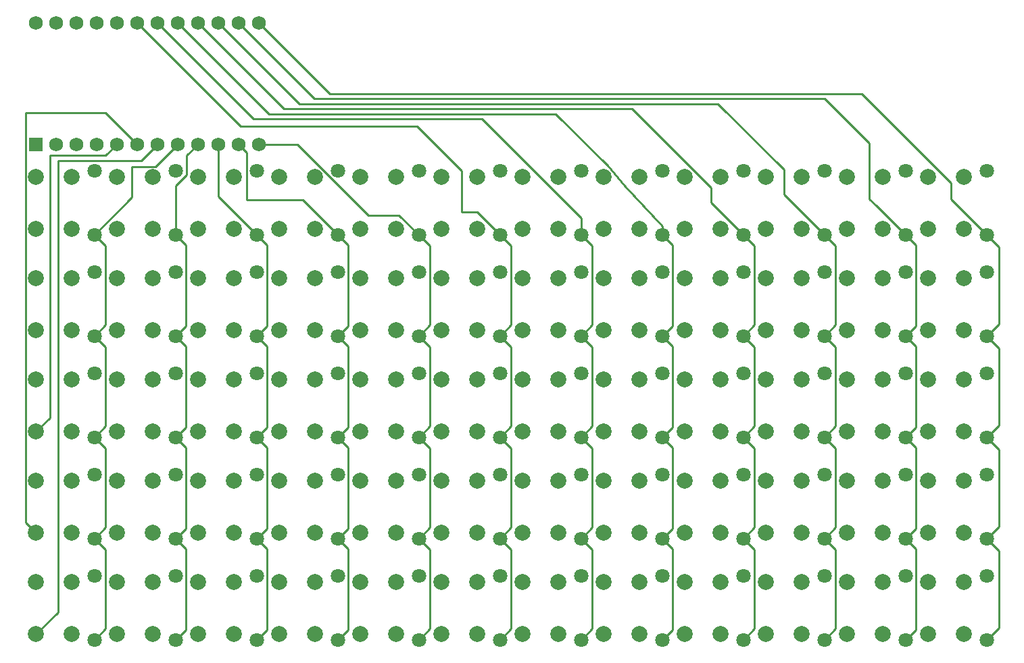
<source format=gbl>
G04 Layer: BottomLayer*
G04 EasyEDA v6.5.23, 2023-09-23 11:22:25*
G04 fbaf7024bf8343fa847bd74e200e9744,10*
G04 Gerber Generator version 0.2*
G04 Scale: 100 percent, Rotated: No, Reflected: No *
G04 Dimensions in inches *
G04 leading zeros omitted , absolute positions ,3 integer and 6 decimal *
%FSLAX36Y36*%
%MOIN*%

%ADD10C,0.0100*%
%ADD11C,0.0709*%
%ADD12C,0.0787*%
%ADD13C,0.0690*%
%ADD14R,0.0690X0.0690*%
%ADD15R,0.0170X0.0690*%

%LPD*%
D10*
X-4190000Y890000D02*
G01*
X-3715000Y415000D01*
X-2590000Y415000D01*
X-2100000Y-75000D01*
X-2100000Y-157500D01*
X-4290000Y890000D02*
G01*
X-3780000Y380000D01*
X-2910000Y380000D01*
X-2690000Y160000D01*
X-2690000Y-45000D01*
X-2612479Y-45000D01*
X-2500000Y-157480D01*
X-3690000Y290000D02*
G01*
X-3500000Y290000D01*
X-3150000Y-60000D01*
X-2997479Y-60000D01*
X-2900000Y-157480D01*
X-3790000Y290000D02*
G01*
X-3750000Y250000D01*
X-3750000Y15000D01*
X-3472479Y15000D01*
X-3300000Y-157480D01*
X-3890000Y290000D02*
G01*
X-3890000Y32519D01*
X-3700000Y-157480D01*
X-3990000Y290000D02*
G01*
X-4045000Y235000D01*
X-4045000Y140000D01*
X-4100000Y85000D01*
X-4100000Y-157480D01*
X-4090000Y290000D02*
G01*
X-4200000Y180000D01*
X-4315000Y180000D01*
X-4315000Y27519D01*
X-4500000Y-157480D01*
X-4290000Y290000D02*
G01*
X-4445000Y445000D01*
X-4840000Y445000D01*
X-4840000Y-1576500D01*
X-4788600Y-1627899D01*
X-4788600Y-2127899D02*
G01*
X-4680000Y-2019400D01*
X-4680000Y210000D01*
X-4270000Y210000D01*
X-4190000Y290000D01*
X-4500000Y-157480D02*
G01*
X-4445000Y-212480D01*
X-4445000Y-602480D01*
X-4500000Y-657480D01*
X-4500000Y-657480D02*
G01*
X-4445000Y-712480D01*
X-4445000Y-1102480D01*
X-4500000Y-1157480D01*
X-4500000Y-1157480D02*
G01*
X-4445000Y-1212480D01*
X-4445000Y-1602480D01*
X-4500000Y-1657480D01*
X-4500000Y-1657480D02*
G01*
X-4445000Y-1712480D01*
X-4445000Y-2102480D01*
X-4500000Y-2157480D01*
X-4100000Y-157480D02*
G01*
X-4050000Y-207480D01*
X-4050000Y-607480D01*
X-4100000Y-657480D01*
X-4100000Y-657480D02*
G01*
X-4050000Y-707480D01*
X-4050000Y-1107480D01*
X-4100000Y-1157480D01*
X-4100000Y-1157480D02*
G01*
X-4050000Y-1207480D01*
X-4050000Y-1607480D01*
X-4100000Y-1657480D01*
X-4100000Y-1657480D02*
G01*
X-4050000Y-1707480D01*
X-4050000Y-2107480D01*
X-4100000Y-2157480D01*
X-3700000Y-157480D02*
G01*
X-3650000Y-207480D01*
X-3650000Y-607480D01*
X-3700000Y-657480D01*
X-3700000Y-657480D02*
G01*
X-3650000Y-707480D01*
X-3650000Y-1107480D01*
X-3700000Y-1157480D01*
X-3700000Y-1157480D02*
G01*
X-3650000Y-1207480D01*
X-3650000Y-1607480D01*
X-3700000Y-1657480D01*
X-3700000Y-1657480D02*
G01*
X-3650000Y-1707480D01*
X-3650000Y-2107480D01*
X-3700000Y-2157480D01*
X-3300000Y-157480D02*
G01*
X-3250000Y-207480D01*
X-3250000Y-607480D01*
X-3300000Y-657480D01*
X-3300000Y-657480D02*
G01*
X-3250000Y-707480D01*
X-3250000Y-1107480D01*
X-3300000Y-1157480D01*
X-3300000Y-1157480D02*
G01*
X-3250000Y-1207480D01*
X-3250000Y-1607480D01*
X-3300000Y-1657480D01*
X-3300000Y-1657480D02*
G01*
X-3250000Y-1707480D01*
X-3250000Y-2107480D01*
X-3300000Y-2157480D01*
X-2900000Y-157480D02*
G01*
X-2845000Y-212480D01*
X-2845000Y-602480D01*
X-2900000Y-657480D01*
X-2900000Y-657480D02*
G01*
X-2845000Y-712480D01*
X-2845000Y-1102480D01*
X-2900000Y-1157480D01*
X-2900000Y-1157480D02*
G01*
X-2845000Y-1212480D01*
X-2845000Y-1602480D01*
X-2900000Y-1657480D01*
X-2900000Y-1657480D02*
G01*
X-2845000Y-1712480D01*
X-2845000Y-2102480D01*
X-2900000Y-2157480D01*
X-2500000Y-157480D02*
G01*
X-2445000Y-212480D01*
X-2445000Y-602480D01*
X-2500000Y-657480D01*
X-2500000Y-657480D02*
G01*
X-2445000Y-712480D01*
X-2445000Y-1102480D01*
X-2500000Y-1157480D01*
X-2500000Y-1157480D02*
G01*
X-2445000Y-1212480D01*
X-2445000Y-1602480D01*
X-2500000Y-1657480D01*
X-2500000Y-1657480D02*
G01*
X-2445000Y-1712480D01*
X-2445000Y-2102480D01*
X-2500000Y-2157480D01*
X-2100000Y-157480D02*
G01*
X-2045000Y-212480D01*
X-2045000Y-602480D01*
X-2100000Y-657480D01*
X-2100000Y-657480D02*
G01*
X-2045000Y-712480D01*
X-2045000Y-1102480D01*
X-2100000Y-1157480D01*
X-2100000Y-1157480D02*
G01*
X-2045000Y-1212480D01*
X-2045000Y-1602480D01*
X-2100000Y-1657480D01*
X-2100000Y-1657480D02*
G01*
X-2045000Y-1712480D01*
X-2045000Y-2102480D01*
X-2100000Y-2157480D01*
X-1700000Y-157480D02*
G01*
X-1650000Y-207480D01*
X-1650000Y-607480D01*
X-1700000Y-657480D01*
X-1700000Y-657480D02*
G01*
X-1650000Y-707480D01*
X-1650000Y-1107480D01*
X-1700000Y-1157480D01*
X-1700000Y-1157480D02*
G01*
X-1650000Y-1207480D01*
X-1650000Y-1607480D01*
X-1700000Y-1657480D01*
X-1700000Y-1657480D02*
G01*
X-1650000Y-1707480D01*
X-1650000Y-2107480D01*
X-1700000Y-2157480D01*
X-1300000Y-157480D02*
G01*
X-1245000Y-212480D01*
X-1245000Y-602480D01*
X-1300000Y-657480D01*
X-1300000Y-657480D02*
G01*
X-1245000Y-712480D01*
X-1245000Y-1102480D01*
X-1300000Y-1157480D01*
X-1300000Y-1157480D02*
G01*
X-1245000Y-1212480D01*
X-1245000Y-1602480D01*
X-1300000Y-1657480D01*
X-1300000Y-1657480D02*
G01*
X-1245000Y-1712480D01*
X-1245000Y-2102480D01*
X-1300000Y-2157480D01*
X-900000Y-157480D02*
G01*
X-845000Y-212480D01*
X-845000Y-602480D01*
X-900000Y-657480D01*
X-900000Y-657480D02*
G01*
X-845000Y-712480D01*
X-845000Y-1102480D01*
X-900000Y-1157480D01*
X-900000Y-1157480D02*
G01*
X-845000Y-1212480D01*
X-845000Y-1602480D01*
X-900000Y-1657480D01*
X-900000Y-1657480D02*
G01*
X-845000Y-1712480D01*
X-845000Y-2102480D01*
X-900000Y-2157480D01*
X-500000Y-157480D02*
G01*
X-450000Y-207480D01*
X-450000Y-607480D01*
X-500000Y-657480D01*
X-500000Y-657480D02*
G01*
X-450000Y-707480D01*
X-450000Y-1107480D01*
X-500000Y-1157480D01*
X-500000Y-1157480D02*
G01*
X-450000Y-1207480D01*
X-450000Y-1607480D01*
X-500000Y-1657480D01*
X-500000Y-1657480D02*
G01*
X-450000Y-1707480D01*
X-450000Y-2107480D01*
X-500000Y-2157480D01*
X-100000Y-157480D02*
G01*
X-40000Y-217480D01*
X-40000Y-597480D01*
X-100000Y-657480D01*
X-100000Y-657480D02*
G01*
X-40000Y-717480D01*
X-40000Y-1097480D01*
X-100000Y-1157480D01*
X-100000Y-1157480D02*
G01*
X-40000Y-1217480D01*
X-40000Y-1597480D01*
X-100000Y-1657480D01*
X-100000Y-1657480D02*
G01*
X-40000Y-1717480D01*
X-40000Y-2097480D01*
X-100000Y-2157480D01*
X-4090000Y890000D02*
G01*
X-3640000Y440000D01*
X-2225000Y440000D01*
X-1970000Y185000D01*
X-1935000Y145000D01*
X-1885000Y85000D01*
X-1700000Y-115000D01*
X-1700000Y-157500D01*
X-3990000Y890000D02*
G01*
X-3565000Y465000D01*
X-1850000Y465000D01*
X-1460000Y75000D01*
X-1460000Y2500D01*
X-1300000Y-157500D01*
X-3890000Y890000D02*
G01*
X-3490000Y490000D01*
X-1425000Y490000D01*
X-1100000Y165000D01*
X-1100000Y42500D01*
X-900000Y-157500D01*
X-3790000Y890000D02*
G01*
X-3415000Y515000D01*
X-900000Y515000D01*
X-680000Y295000D01*
X-680000Y20000D01*
X-642500Y-15000D01*
X-500000Y-157500D01*
X-3690000Y890000D02*
G01*
X-3340000Y540000D01*
X-715000Y540000D01*
X-275000Y100000D01*
X-275000Y17500D01*
X-100000Y-157500D01*
X-4390000Y290000D02*
G01*
X-4445000Y235000D01*
X-4720000Y235000D01*
X-4720000Y-1059369D01*
X-4788580Y-1127950D01*
D11*
G01*
X-4500000Y-1842519D03*
G01*
X-4500000Y-2157480D03*
G01*
X-4100000Y-1842519D03*
G01*
X-4100000Y-2157480D03*
G01*
X-3700000Y-1842519D03*
G01*
X-3700000Y-2157480D03*
G01*
X-3300000Y-1842519D03*
G01*
X-3300000Y-2157480D03*
G01*
X-2900000Y-1842519D03*
G01*
X-2900000Y-2157480D03*
G01*
X-2500000Y-1842519D03*
G01*
X-2500000Y-2157480D03*
G01*
X-2100000Y-1842519D03*
G01*
X-2100000Y-2157480D03*
G01*
X-1700000Y-1842519D03*
G01*
X-1700000Y-2157480D03*
G01*
X-1300000Y-1842519D03*
G01*
X-1300000Y-2157480D03*
G01*
X-900000Y-1842519D03*
G01*
X-900000Y-2157480D03*
G01*
X-500000Y-1842519D03*
G01*
X-500000Y-2157480D03*
G01*
X-100000Y-1842519D03*
G01*
X-100000Y-2157480D03*
D12*
G01*
X-4611419Y-2127950D03*
G01*
X-4611419Y-1872049D03*
G01*
X-4788580Y-1872049D03*
G01*
X-4788580Y-2127950D03*
G01*
X-4211419Y-2127950D03*
G01*
X-4211419Y-1872049D03*
G01*
X-4388580Y-1872049D03*
G01*
X-4388580Y-2127950D03*
G01*
X-3811419Y-2127950D03*
G01*
X-3811419Y-1872049D03*
G01*
X-3988580Y-1872049D03*
G01*
X-3988580Y-2127950D03*
G01*
X-3411419Y-2127950D03*
G01*
X-3411419Y-1872049D03*
G01*
X-3588580Y-1872049D03*
G01*
X-3588580Y-2127950D03*
G01*
X-3011419Y-2127950D03*
G01*
X-3011419Y-1872049D03*
G01*
X-3188580Y-1872049D03*
G01*
X-3188580Y-2127950D03*
G01*
X-2611419Y-2127950D03*
G01*
X-2611419Y-1872049D03*
G01*
X-2788580Y-1872049D03*
G01*
X-2788580Y-2127950D03*
G01*
X-2211419Y-2127950D03*
G01*
X-2211419Y-1872049D03*
G01*
X-2388580Y-1872049D03*
G01*
X-2388580Y-2127950D03*
G01*
X-1811419Y-2127950D03*
G01*
X-1811419Y-1872049D03*
G01*
X-1988580Y-1872049D03*
G01*
X-1988580Y-2127950D03*
G01*
X-1411419Y-2127950D03*
G01*
X-1411419Y-1872049D03*
G01*
X-1588580Y-1872049D03*
G01*
X-1588580Y-2127950D03*
G01*
X-1011419Y-2127950D03*
G01*
X-1011419Y-1872049D03*
G01*
X-1188580Y-1872049D03*
G01*
X-1188580Y-2127950D03*
G01*
X-611419Y-2127950D03*
G01*
X-611419Y-1872049D03*
G01*
X-788580Y-1872049D03*
G01*
X-788580Y-2127950D03*
G01*
X-211419Y-2127950D03*
G01*
X-211419Y-1872049D03*
G01*
X-388580Y-1872049D03*
G01*
X-388580Y-2127950D03*
D11*
G01*
X-4500000Y-342519D03*
G01*
X-4500000Y-657480D03*
G01*
X-4100000Y-342519D03*
G01*
X-4100000Y-657480D03*
G01*
X-3700000Y-342519D03*
G01*
X-3700000Y-657480D03*
G01*
X-3300000Y-342519D03*
G01*
X-3300000Y-657480D03*
G01*
X-2900000Y-342519D03*
G01*
X-2900000Y-657480D03*
G01*
X-2500000Y-342519D03*
G01*
X-2500000Y-657480D03*
G01*
X-2100000Y-342519D03*
G01*
X-2100000Y-657480D03*
G01*
X-1700000Y-342519D03*
G01*
X-1700000Y-657480D03*
G01*
X-1300000Y-342519D03*
G01*
X-1300000Y-657480D03*
G01*
X-900000Y-342519D03*
G01*
X-900000Y-657480D03*
G01*
X-500000Y-342519D03*
G01*
X-500000Y-657480D03*
G01*
X-100000Y-342519D03*
G01*
X-100000Y-657480D03*
G01*
X-4500000Y-842519D03*
G01*
X-4500000Y-1157480D03*
G01*
X-4100000Y-842519D03*
G01*
X-4100000Y-1157480D03*
G01*
X-3700000Y-842519D03*
G01*
X-3700000Y-1157480D03*
G01*
X-3300000Y-842519D03*
G01*
X-3300000Y-1157480D03*
G01*
X-2900000Y-842519D03*
G01*
X-2900000Y-1157480D03*
G01*
X-2500000Y-842519D03*
G01*
X-2500000Y-1157480D03*
G01*
X-2100000Y-842519D03*
G01*
X-2100000Y-1157480D03*
G01*
X-1700000Y-842519D03*
G01*
X-1700000Y-1157480D03*
G01*
X-1300000Y-842519D03*
G01*
X-1300000Y-1157480D03*
G01*
X-900000Y-842519D03*
G01*
X-900000Y-1157480D03*
G01*
X-500000Y-842519D03*
G01*
X-500000Y-1157480D03*
G01*
X-100000Y-842519D03*
G01*
X-100000Y-1157480D03*
G01*
X-4500000Y-1342519D03*
G01*
X-4500000Y-1657480D03*
G01*
X-4100000Y-1342519D03*
G01*
X-4100000Y-1657480D03*
G01*
X-3700000Y-1342519D03*
G01*
X-3700000Y-1657480D03*
G01*
X-3300000Y-1342519D03*
G01*
X-3300000Y-1657480D03*
G01*
X-2900000Y-1342519D03*
G01*
X-2900000Y-1657480D03*
G01*
X-2500000Y-1342519D03*
G01*
X-2500000Y-1657480D03*
G01*
X-2100000Y-1342519D03*
G01*
X-2100000Y-1657480D03*
G01*
X-1700000Y-1342519D03*
G01*
X-1700000Y-1657480D03*
G01*
X-1300000Y-1342519D03*
G01*
X-1300000Y-1657480D03*
G01*
X-900000Y-1342519D03*
G01*
X-900000Y-1657480D03*
G01*
X-500000Y-1342519D03*
G01*
X-500000Y-1657480D03*
G01*
X-100000Y-1342519D03*
G01*
X-100000Y-1657480D03*
D12*
G01*
X-4611419Y-627950D03*
G01*
X-4611419Y-372049D03*
G01*
X-4788580Y-372049D03*
G01*
X-4788580Y-627950D03*
G01*
X-4211419Y-627950D03*
G01*
X-4211419Y-372049D03*
G01*
X-4388580Y-372049D03*
G01*
X-4388580Y-627950D03*
G01*
X-3811419Y-627950D03*
G01*
X-3811419Y-372049D03*
G01*
X-3988580Y-372049D03*
G01*
X-3988580Y-627950D03*
G01*
X-3411419Y-627950D03*
G01*
X-3411419Y-372049D03*
G01*
X-3588580Y-372049D03*
G01*
X-3588580Y-627950D03*
G01*
X-3011419Y-627950D03*
G01*
X-3011419Y-372049D03*
G01*
X-3188580Y-372049D03*
G01*
X-3188580Y-627950D03*
G01*
X-2611419Y-627950D03*
G01*
X-2611419Y-372049D03*
G01*
X-2788580Y-372049D03*
G01*
X-2788580Y-627950D03*
G01*
X-2211419Y-627950D03*
G01*
X-2211419Y-372049D03*
G01*
X-2388580Y-372049D03*
G01*
X-2388580Y-627950D03*
G01*
X-1811419Y-627950D03*
G01*
X-1811419Y-372049D03*
G01*
X-1988580Y-372049D03*
G01*
X-1988580Y-627950D03*
G01*
X-1411419Y-627950D03*
G01*
X-1411419Y-372049D03*
G01*
X-1588580Y-372049D03*
G01*
X-1588580Y-627950D03*
G01*
X-1011419Y-627950D03*
G01*
X-1011419Y-372049D03*
G01*
X-1188580Y-372049D03*
G01*
X-1188580Y-627950D03*
G01*
X-611419Y-627950D03*
G01*
X-611419Y-372049D03*
G01*
X-788580Y-372049D03*
G01*
X-788580Y-627950D03*
G01*
X-211419Y-627950D03*
G01*
X-211419Y-372049D03*
G01*
X-388580Y-372049D03*
G01*
X-388580Y-627950D03*
G01*
X-4611419Y-1127950D03*
G01*
X-4611419Y-872049D03*
G01*
X-4788580Y-872049D03*
G01*
X-4788580Y-1127950D03*
G01*
X-4211419Y-1127950D03*
G01*
X-4211419Y-872049D03*
G01*
X-4388580Y-872049D03*
G01*
X-4388580Y-1127950D03*
G01*
X-3811419Y-1127950D03*
G01*
X-3811419Y-872049D03*
G01*
X-3988580Y-872049D03*
G01*
X-3988580Y-1127950D03*
G01*
X-3411419Y-1127950D03*
G01*
X-3411419Y-872049D03*
G01*
X-3588580Y-872049D03*
G01*
X-3588580Y-1127950D03*
G01*
X-3011419Y-1127950D03*
G01*
X-3011419Y-872049D03*
G01*
X-3188580Y-872049D03*
G01*
X-3188580Y-1127950D03*
G01*
X-2611419Y-1127950D03*
G01*
X-2611419Y-872049D03*
G01*
X-2788580Y-872049D03*
G01*
X-2788580Y-1127950D03*
G01*
X-2211419Y-1127950D03*
G01*
X-2211419Y-872049D03*
G01*
X-2388580Y-872049D03*
G01*
X-2388580Y-1127950D03*
G01*
X-1811419Y-1127950D03*
G01*
X-1811419Y-872049D03*
G01*
X-1988580Y-872049D03*
G01*
X-1988580Y-1127950D03*
G01*
X-1411419Y-1127950D03*
G01*
X-1411419Y-872049D03*
G01*
X-1588580Y-872049D03*
G01*
X-1588580Y-1127950D03*
G01*
X-1011419Y-1127950D03*
G01*
X-1011419Y-872049D03*
G01*
X-1188580Y-872049D03*
G01*
X-1188580Y-1127950D03*
G01*
X-611419Y-1127950D03*
G01*
X-611419Y-872049D03*
G01*
X-788580Y-872049D03*
G01*
X-788580Y-1127950D03*
G01*
X-211419Y-1127950D03*
G01*
X-211419Y-872049D03*
G01*
X-388580Y-872049D03*
G01*
X-388580Y-1127950D03*
G01*
X-4611419Y-1627950D03*
G01*
X-4611419Y-1372049D03*
G01*
X-4788580Y-1372049D03*
G01*
X-4788580Y-1627950D03*
G01*
X-4211419Y-1627950D03*
G01*
X-4211419Y-1372049D03*
G01*
X-4388580Y-1372049D03*
G01*
X-4388580Y-1627950D03*
G01*
X-3811419Y-1627950D03*
G01*
X-3811419Y-1372049D03*
G01*
X-3988580Y-1372049D03*
G01*
X-3988580Y-1627950D03*
G01*
X-3411419Y-1627950D03*
G01*
X-3411419Y-1372049D03*
G01*
X-3588580Y-1372049D03*
G01*
X-3588580Y-1627950D03*
G01*
X-3011419Y-1627950D03*
G01*
X-3011419Y-1372049D03*
G01*
X-3188580Y-1372049D03*
G01*
X-3188580Y-1627950D03*
G01*
X-2611419Y-1627950D03*
G01*
X-2611419Y-1372049D03*
G01*
X-2788580Y-1372049D03*
G01*
X-2788580Y-1627950D03*
G01*
X-2211419Y-1627950D03*
G01*
X-2211419Y-1372049D03*
G01*
X-2388580Y-1372049D03*
G01*
X-2388580Y-1627950D03*
G01*
X-1811419Y-1627950D03*
G01*
X-1811419Y-1372049D03*
G01*
X-1988580Y-1372049D03*
G01*
X-1988580Y-1627950D03*
G01*
X-1411419Y-1627950D03*
G01*
X-1411419Y-1372049D03*
G01*
X-1588580Y-1372049D03*
G01*
X-1588580Y-1627950D03*
G01*
X-1011419Y-1627950D03*
G01*
X-1011419Y-1372049D03*
G01*
X-1188580Y-1372049D03*
G01*
X-1188580Y-1627950D03*
G01*
X-611419Y-1627950D03*
G01*
X-611419Y-1372049D03*
G01*
X-788580Y-1372049D03*
G01*
X-788580Y-1627950D03*
G01*
X-211419Y-1627950D03*
G01*
X-211419Y-1372049D03*
G01*
X-388580Y-1372049D03*
G01*
X-388580Y-1627950D03*
D11*
G01*
X-4500000Y157480D03*
G01*
X-4500000Y-157480D03*
D12*
G01*
X-4611419Y-127950D03*
G01*
X-4611419Y127950D03*
G01*
X-4788580Y127950D03*
G01*
X-4788580Y-127950D03*
D13*
G01*
X-4790000Y890000D03*
G01*
X-3690000Y290000D03*
G01*
X-4690000Y890000D03*
G01*
X-4590000Y890000D03*
G01*
X-4490000Y890000D03*
G01*
X-4390000Y890000D03*
G01*
X-4290000Y890000D03*
G01*
X-4190000Y890000D03*
G01*
X-4090000Y890000D03*
G01*
X-3990000Y890000D03*
G01*
X-3890000Y890000D03*
G01*
X-3790000Y890000D03*
G01*
X-3690000Y890000D03*
G01*
X-3790000Y290000D03*
G01*
X-3890000Y290000D03*
G01*
X-3990000Y290000D03*
G01*
X-4090000Y290000D03*
G01*
X-4190000Y290000D03*
G01*
X-4290000Y290000D03*
G01*
X-4390000Y290000D03*
G01*
X-4490000Y290000D03*
G01*
X-4590000Y290000D03*
G01*
X-4690000Y290000D03*
D14*
G01*
X-4790000Y290000D03*
D11*
G01*
X-4100000Y157480D03*
G01*
X-4100000Y-157480D03*
G01*
X-3700000Y157480D03*
G01*
X-3700000Y-157480D03*
G01*
X-3300000Y157480D03*
G01*
X-3300000Y-157480D03*
G01*
X-2900000Y157480D03*
G01*
X-2900000Y-157480D03*
G01*
X-2500000Y157480D03*
G01*
X-2500000Y-157480D03*
G01*
X-2100000Y157480D03*
G01*
X-2100000Y-157480D03*
G01*
X-1300000Y157480D03*
G01*
X-1300000Y-157480D03*
G01*
X-900000Y157480D03*
G01*
X-900000Y-157480D03*
G01*
X-500000Y157480D03*
G01*
X-500000Y-157480D03*
G01*
X-100000Y157480D03*
G01*
X-100000Y-157480D03*
D12*
G01*
X-4211419Y-127950D03*
G01*
X-4211419Y127950D03*
G01*
X-4388580Y127950D03*
G01*
X-4388580Y-127950D03*
G01*
X-3811419Y-127950D03*
G01*
X-3811419Y127950D03*
G01*
X-3988580Y127950D03*
G01*
X-3988580Y-127950D03*
G01*
X-3411419Y-127950D03*
G01*
X-3411419Y127950D03*
G01*
X-3588580Y127950D03*
G01*
X-3588580Y-127950D03*
G01*
X-3011419Y-127950D03*
G01*
X-3011419Y127950D03*
G01*
X-3188580Y127950D03*
G01*
X-3188580Y-127950D03*
G01*
X-2611419Y-127950D03*
G01*
X-2611419Y127950D03*
G01*
X-2788580Y127950D03*
G01*
X-2788580Y-127950D03*
G01*
X-2211419Y-127950D03*
G01*
X-2211419Y127950D03*
G01*
X-2388580Y127950D03*
G01*
X-2388580Y-127950D03*
G01*
X-1811419Y-127950D03*
G01*
X-1811419Y127950D03*
G01*
X-1988580Y127950D03*
G01*
X-1988580Y-127950D03*
G01*
X-1411419Y-127950D03*
G01*
X-1411419Y127950D03*
G01*
X-1588580Y127950D03*
G01*
X-1588580Y-127950D03*
G01*
X-1011419Y-127950D03*
G01*
X-1011419Y127950D03*
G01*
X-1188580Y127950D03*
G01*
X-1188580Y-127950D03*
G01*
X-611419Y-127950D03*
G01*
X-611419Y127950D03*
G01*
X-788580Y127950D03*
G01*
X-788580Y-127950D03*
G01*
X-211419Y-127950D03*
G01*
X-211419Y127950D03*
G01*
X-388580Y127950D03*
G01*
X-388580Y-127950D03*
D11*
G01*
X-1700000Y157480D03*
G01*
X-1700000Y-157480D03*
M02*

</source>
